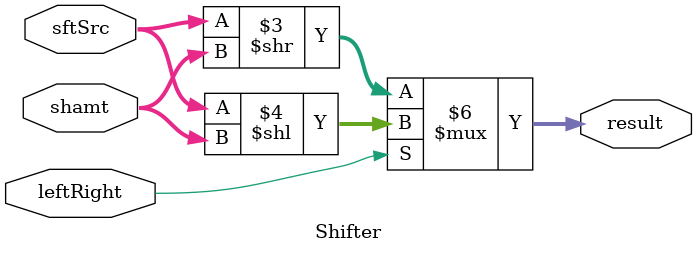
<source format=v>

module Shifter(
    sftSrc, // 32bit input data
    shamt,  // 位移量, 5bit
    leftRight,  // control signal
    result  // 32bit output data (位移完之後的結果)
);

    input [31:0] sftSrc;
    input [4:0] shamt;
    input leftRight;

    output reg [31:0] result;


    always @(*) begin
        if (leftRight == 1'b0) begin   // leftRight == 0 時 -> 向右移
            result = sftSrc >> shamt;
        end
        else begin
            result = sftSrc << shamt;
        end
    end
endmodule

</source>
